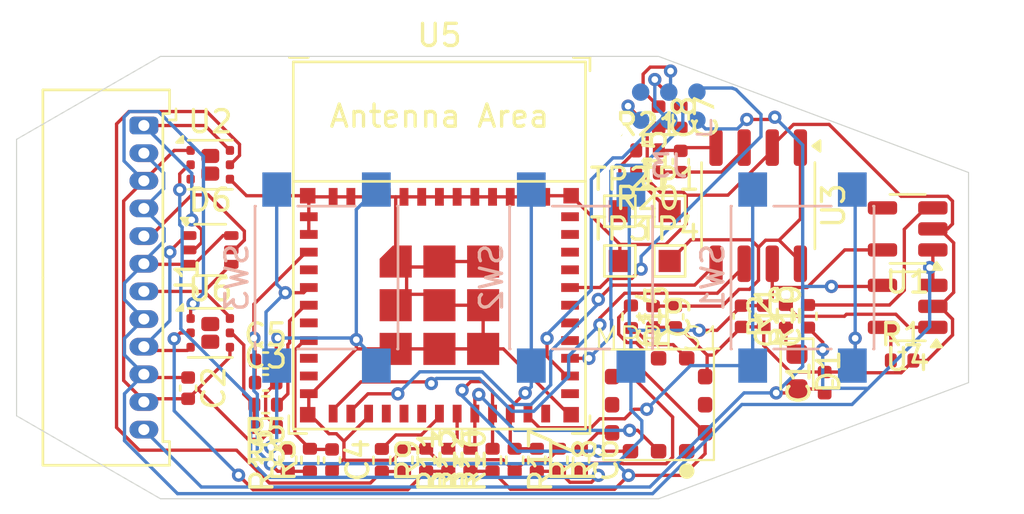
<source format=kicad_pcb>
(kicad_pcb (version 20240108) (generator "pcbnew") (generator_version "8.0")
  (layers (0 "F.Cu" signal) (31 "B.Cu" signal) (34 "B.Paste" user) (35 "F.Paste" user) (36 "B.SilkS" user "B.Silkscreen") (37 "F.SilkS" user "F.Silkscreen") (38 "B.Mask" user) (39 "F.Mask" user) (44 "Edge.Cuts" user))
  (net 0 "")
  (net 1 "GND")
  (net 2 "+5V")
  (net 3 "+BATT")
  (net 4 "+3.3V")
  (net 5 "Net-(U5-EN{slash}CHIP_PU)")
  (net 6 "USB_D-")
  (net 7 "USB_D+")
  (net 8 "Net-(D1-K)")
  (net 9 "Inflate-")
  (net 10 "Deflate-")
  (net 11 "Internal_Vibrator-")
  (net 12 "External_Vibrator-")
  (net 13 "Net-(U3-Vout)")
  (net 14 "Net-(U3-IN-)")
  (net 15 "Net-(U3-IN+)")
  (net 16 "RXD")
  (net 17 "TXD")
  (net 18 "Net-(U1-EN)")
  (net 19 "Net-(U4-PROG)")
  (net 20 "Net-(U4-CE)")
  (net 22 "Inflate")
  (net 23 "Deflate")
  (net 24 "Internal_Vibrator")
  (net 25 "External_Vibrator")
  (net 26 "SDA")
  (net 27 "SCL")
  (net 28 "RDX")
  (net 29 "Net-(U5-GPIO9)")
  (net 45 "Net-(MPRLS1-VO-)")
  (net 46 "Net-(MPRLS1-VO+)")
  (net 51 "Net-(MPRLS1-RES)")
  (net 53 "Net-(U5-GPIO2{slash}ADC1_CH2)")
  (net 54 "Net-(U2A-G)")
  (net 55 "Net-(U2B-G)")
  (net 56 "Net-(U6A-G)")
  (net 57 "Net-(U6B-G)")
  (net 58 "Net-(R20-Pad2)")
  (net 59 "Net-(R21-Pad1)")
  (net 60 "HX_SCK")
  (net 61 "HX_DAT")
  (footprint "Resistor_SMD:R_0402_1005Metric" (layer "F.Cu") (at 111.25 115.75 180)
    (property "Reference" "R5")
    (property "Value" "100")
  )
  (footprint "Capacitor_SMD:C_0402_1005Metric" (layer "F.Cu") (at 114.25 118.25 -90)
    (property "Reference" "C4")
    (property "Value" "1uF")
  )
  (footprint "Capacitor_SMD:C_0402_1005Metric" (layer "F.Cu") (at 129 102.75 -90)
    (property "Reference" "C8")
    (property "Value" "22pF")
  )
  (footprint "Resistor_SMD:R_0402_1005Metric" (layer "F.Cu") (at 123.5 118.25 -90)
    (property "Reference" "R7")
    (property "Value" "100")
  )
  (footprint "Resistor_SMD:R_0402_1005Metric" (layer "F.Cu") (at 118.5 118.25 -90)
    (property "Reference" "R12")
    (property "Value" "100k")
  )
  (footprint "Resistor_SMD:R_0402_1005Metric" (layer "F.Cu") (at 124.5 118.25 -90)
    (property "Reference" "R8")
    (property "Value" "100k")
  )
  (footprint "Capacitor_SMD:C_0402_1005Metric" (layer "F.Cu") (at 111.25 113.75)
    (property "Reference" "C5")
    (property "Value" "0.1uF")
  )
  (footprint "TestPoint:TestPoint_Pad_1.0x1.0mm" (layer "F.Cu") (at 129.5 109.25)
    (property "Reference" "TP4")
    (property "Value" "E+")
  )
  (footprint "TestPoint:TestPoint_Pad_1.0x1.0mm" (layer "F.Cu") (at 129.5 107)
    (property "Reference" "TP1")
    (property "Value" "A-")
  )
  (footprint "Resistor_SMD:R_0402_1005Metric" (layer "F.Cu") (at 127.75 111.77 -90)
    (property "Reference" "R15")
    (property "Value" "4k7")
  )
  (footprint "Resistor_SMD:R_0402_1005Metric" (layer "F.Cu") (at 128.5 104.25)
    (property "Reference" "R21")
    (property "Value" "100")
  )
  (footprint "Resistor_SMD:R_0402_1005Metric" (layer "F.Cu") (at 117.5 118.25 -90)
    (property "Reference" "R11")
    (property "Value" "100k")
  )
  (footprint "Espressif:ESP32-C3-MINI-1" (layer "F.Cu") (at 119.1 111.25)
    (property "Reference" "U5")
    (property "Value" "C2838502")
  )
  (footprint "Connector_Molex:Molex_PicoBlade_53048-1210_1x12_P1.25mm_Horizontal" (layer "F.Cu") (at 105.75 103.125 -90)
    (property "Reference" "J1")
    (property "Value" "Power")
  )
  (footprint "Capacitor_SMD:C_0402_1005Metric" (layer "F.Cu") (at 132.75 111.75 -90)
    (property "Reference" "C11")
    (property "Value" "10uF")
  )
  (footprint "Package_TO_SOT_SMD:SOT-363_SC-70-6" (layer "F.Cu") (at 108.75 108.75)
    (property "Reference" "D6")
    (property "Value" "C134406")
  )
  (footprint "Capacitor_SMD:C_0402_1005Metric" (layer "F.Cu") (at 125.5 118.25 -90)
    (property "Reference" "C6")
    (property "Value" "1nF")
  )
  (footprint "Resistor_SMD:R_0402_1005Metric" (layer "F.Cu") (at 120.5 118.25 90)
    (property "Reference" "R13")
    (property "Value" "4k7")
  )
  (footprint "Resistor_SMD:R_0402_1005Metric" (layer "F.Cu") (at 122.5 118.25 -90)
    (property "Reference" "R17")
    (property "Value" "10k")
  )
  (footprint "Resistor_SMD:R_0402_1005Metric" (layer "F.Cu") (at 116.5 118.26 -90)
    (property "Reference" "R9")
    (property "Value" "100")
  )
  (footprint "Resistor_SMD:R_0402_1005Metric" (layer "F.Cu") (at 113.25 118.25 90)
    (property "Reference" "R3")
    (property "Value" "10k")
  )
  (footprint "Capacitor_SMD:C_0402_1005Metric" (layer "F.Cu") (at 111.25 114.75)
    (property "Reference" "C3")
    (property "Value" "10uF")
  )
  (footprint "TestPoint:TestPoint_Pad_1.0x1.0mm" (layer "F.Cu") (at 127.25 107)
    (property "Reference" "TP2")
    (property "Value" "A+")
  )
  (footprint "Sensor_Pressure:MPRLS0015PA0000SA" (layer "F.Cu") (at 129 115.75)
    (property "Reference" "MPRLS1")
    (property "Value" "~")
  )
  (footprint "Capacitor_SMD:C_0402_1005Metric" (layer "F.Cu") (at 136.5 114.75 90)
    (property "Reference" "C1")
    (property "Value" "10uF")
  )
  (footprint "Package_SO:SOP-8_3.9x4.9mm_P1.27mm" (layer "F.Cu") (at 133.5 106.75 -90)
    (property "Reference" "U3")
    (property "Value" "HX710C")
  )
  (footprint "Package_TO_SOT_SMD:SOT-23-5" (layer "F.Cu") (at 140.25 107.8 180)
    (property "Reference" "U1")
    (property "Value" "AP2112K-3.3")
  )
  (footprint "Resistor_SMD:R_0402_1005Metric" (layer "F.Cu") (at 135.75 111.75 90)
    (property "Reference" "R18")
    (property "Value" "100k")
  )
  (footprint "Resistor_SMD:R_0402_1005Metric" (layer "F.Cu") (at 134.75 111.75 90)
    (property "Reference" "R2")
    (property "Value" "470")
  )
  (footprint "TestPoint:TestPoint_Pad_1.0x1.0mm" (layer "F.Cu") (at 127.25 109.25)
    (property "Reference" "TP3")
    (property "Value" "E-")
  )
  (footprint "Capacitor_SMD:C_0402_1005Metric" (layer "F.Cu") (at 133.75 111.75 -90)
    (property "Reference" "C10")
    (property "Value" "0.1uF")
  )
  (footprint "Resistor_SMD:R_0402_1005Metric" (layer "F.Cu") (at 140 113.75)
    (property "Reference" "R1")
    (property "Value" "4k7")
  )
  (footprint "Resistor_SMD:R_0402_1005Metric" (layer "F.Cu") (at 112.25 118.25 90)
    (property "Reference" "R16")
    (property "Value" "10k")
  )
  (footprint "Package_TO_SOT_SMD:SOT-23-5" (layer "F.Cu") (at 140.25 111.3 180)
    (property "Reference" "U4")
    (property "Value" "C424093")
  )
  (footprint "LED_SMD:LED_0603_1608Metric" (layer "F.Cu") (at 135.25 114.25 -90)
    (property "Reference" "D1")
    (property "Value" "C2286")
  )
  (footprint "Resistor_SMD:R_0402_1005Metric" (layer "F.Cu") (at 121.5 118.25 90)
    (property "Reference" "R14")
    (property "Value" "4k7")
  )
  (footprint "Capacitor_SMD:C_0402_1005Metric" (layer "F.Cu") (at 128.75 111.77 -90)
    (property "Reference" "C9")
    (property "Value" "0.1uF")
  )
  (footprint "Package_SON:WSON-6-1EP_2x2mm_P0.65mm_EP1x1.6mm" (layer "F.Cu") (at 108.75 104.9)
    (property "Reference" "U2")
    (property "Value" "C544396")
  )
  (footprint "Capacitor_SMD:C_0402_1005Metric" (layer "F.Cu") (at 129.75 111.77 90)
    (property "Reference" "C14")
    (property "Value" "0.1uF")
  )
  (footprint "Package_SON:WSON-6-1EP_2x2mm_P0.65mm_EP1x1.6mm" (layer "F.Cu") (at 108.75 112.5)
    (property "Reference" "U6")
    (property "Value" "C544396")
  )
  (footprint "Capacitor_SMD:C_0402_1005Metric" (layer "F.Cu") (at 130 102.75 -90)
    (property "Reference" "C7")
    (property "Value" "22pF")
  )
  (footprint "Capacitor_SMD:C_0402_1005Metric" (layer "F.Cu") (at 107.75 115 -90)
    (property "Reference" "C2")
    (property "Value" "10uF")
  )
  (footprint "Capacitor_SMD:C_0402_1005Metric" (layer "F.Cu") (at 130 104.75 90)
    (property "Reference" "C15")
    (property "Value" "0.1uF")
  )
  (footprint "Resistor_SMD:R_0402_1005Metric" (layer "F.Cu") (at 119.5 118.25 -90)
    (property "Reference" "R10")
    (property "Value" "100")
  )
  (footprint "Resistor_SMD:R_0402_1005Metric" (layer "F.Cu") (at 111.25 116.75 180)
    (property "Reference" "R6")
    (property "Value" "100k")
  )
  (footprint "Resistor_SMD:R_0402_1005Metric" (layer "F.Cu") (at 128.5 105.25 180)
    (property "Reference" "R20")
    (property "Value" "100")
  )
  (footprint "Button_Switch_SMD:SW_SPST_PTS645" (layer "B.Cu") (at 135.5 110 -90)
    (property "Reference" "SW1")
    (property "Value" "Program")
  )
  (footprint "Button_Switch_SMD:SW_SPST_PTS645" (layer "B.Cu") (at 114 110 -90)
    (property "Reference" "SW3")
    (property "Value" "Mode")
  )
  (footprint "Button_Switch_SMD:SW_SPST_PTS645" (layer "B.Cu") (at 125.5 110 -90)
    (property "Reference" "SW2")
    (property "Value" "Deflate")
  )
  (footprint "Connector:Tag-Connect_TC2030-IDC-NL_2x03_P1.27mm_Vertical" (layer "B.Cu") (at 129.46 102.25 180)
    (property "Reference" "J3")
    (property "Value" "Conn_ARM_SWD_TagConnect_TC2030")
  )
  (gr_line (start 143 114.75) (end 129 120) (stroke (width 0.05)) (layer "Edge.Cuts"))
  (gr_line (start 100 116.25) (end 106.5 120) (stroke (width 0.05)) (layer "Edge.Cuts"))
  (gr_line (start 143 105.25) (end 143 114.75) (stroke (width 0.05)) (layer "Edge.Cuts"))
  (gr_line (start 106.5 100) (end 129 100) (stroke (width 0.05)) (layer "Edge.Cuts"))
  (gr_line (start 100 116.25) (end 100 103.75) (stroke (width 0.05)) (layer "Edge.Cuts"))
  (gr_line (start 129 120) (end 106.5 120) (stroke (width 0.05)) (layer "Edge.Cuts"))
  (gr_line (start 100 103.75) (end 106.5 100) (stroke (width 0.05)) (layer "Edge.Cuts"))
  (gr_line (start 143 105.25) (end 129 100) (stroke (width 0.05)) (layer "Edge.Cuts"))
  (segment (start 115.9 116.2855) (end 114.7857 117.3998) (width 0.15) (layer "F.Cu") (net 1))
  (segment (start 105.75 115.5671) (end 104.8369 114.654) (width 0.15) (layer "F.Cu") (net 1))
  (segment (start 107.8625 104.25) (end 107.125 104.25) (width 0.15) (layer "F.Cu") (net 1))
  (segment (start 117.125 113.225) (end 119.1 113.225) (width 0.15) (layer "F.Cu") (net 1))
  (segment (start 127.6206 102.25) (end 128.6006 103.23) (width 0.15) (layer "F.Cu") (net 1))
  (segment (start 104.8369 114.654) (end 104.8369 106.5381) (width 0.15) (layer "F.Cu") (net 1))
  (segment (start 127.25 109.25) (end 127.25 108.5) (width 0.15) (layer "F.Cu") (net 1))
  (segment (start 130.1168 106.1414) (end 129.0686 106.1414) (width 0.15) (layer "F.Cu") (net 1))
  (segment (start 119.1 111.25) (end 118.6062 110.7562) (width 0.15) (layer "F.Cu") (net 1))
  (segment (start 117.3719 109.5219) (end 117.6188 109.5219) (width 0.15) (layer "F.Cu") (net 1))
  (segment (start 111.0709 117.314) (end 111.6349 116.75) (width 0.15) (layer "F.Cu") (net 1))
  (segment (start 130 103.23) (end 129 103.23) (width 0.15) (layer "F.Cu") (net 1))
  (segment (start 141.6977 111.3) (end 141.3875 111.3) (width 0.15) (layer "F.Cu") (net 1))
  (segment (start 114.7872 117.4013) (end 114.7872 118.1928) (width 0.15) (layer "F.Cu") (net 1))
  (segment (start 122.9972 118.2628) (end 123.9772 118.2628) (width 0.15) (layer "F.Cu") (net 1))
  (segment (start 121.075 111.25) (end 121.075 113.225) (width 0.15) (layer "F.Cu") (net 1))
  (segment (start 129.0686 106.1414) (end 128.4872 105.56) (width 0.15) (layer "F.Cu") (net 1))
  (segment (start 129.75 112.25) (end 129.9403 112.25) (width 0.15) (layer "F.Cu") (net 1))
  (segment (start 134.9442 114.27) (end 133.75 113.0758) (width 0.15) (layer "F.Cu") (net 1))
  (segment (start 117.125 113.225) (end 115.346 113.225) (width 0.15) (layer "F.Cu") (net 1))
  (segment (start 114.445 117.0591) (end 114.7857 117.3998) (width 0.15) (layer "F.Cu") (net 1))
  (segment (start 141.6977 107.8) (end 141.3875 107.8) (width 0.15) (layer "F.Cu") (net 1))
  (segment (start 131.1928 113.5025) (end 131.1928 114.3872) (width 0.15) (layer "F.Cu") (net 1))
  (segment (start 136.5 114.27) (end 134.9442 114.27) (width 0.15) (layer "F.Cu") (net 1))
  (segment (start 117.5 117.74) (end 116.98 118.26) (width 0.15) (layer "F.Cu") (net 1))
  (segment (start 113.2 107.25) (end 113.2 108.05) (width 0.15) (layer "F.Cu") (net 1))
  (segment (start 123.1 106.35) (end 123.9 106.35) (width 0.15) (layer "F.Cu") (net 1))
  (segment (start 129.75 112.25) (end 128.75 112.25) (width 0.15) (layer "F.Cu") (net 1))
  (segment (start 113.2 116.15) (end 113.15 116.2) (width 0.15) (layer "F.Cu") (net 1))
  (segment (start 137.8796 112.743) (end 137.8796 114.27) (width 0.15) (layer "F.Cu") (net 1))
  (segment (start 132.75 112.23) (end 131.4775 113.5025) (width 0.15) (layer "F.Cu") (net 1))
  (segment (start 107.125 104.25) (end 105.75 105.625) (width 0.15) (layer "F.Cu") (net 1))
  (segment (start 118.9972 118.2372) (end 121.9772 118.2372) (width 0.15) (layer "F.Cu") (net 1))
  (segment (start 115.9 106.35) (end 116.7 106.35) (width 0.15) (layer "F.Cu") (net 1))
  (segment (start 119.9 106.35) (end 120.7 106.35) (width 0.15) (layer "F.Cu") (net 1))
  (segment (start 111.25 115.23) (end 111.25 116.24) (width 0.15) (layer "F.Cu") (net 1))
  (segment (start 121.075 113.225) (end 121.9871 113.225) (width 0.15) (layer "F.Cu") (net 1))
  (segment (start 115.1 106.35) (end 114.3 106.35) (width 0.15) (layer "F.Cu") (net 1))
  (segment (start 108.1864 115.0436) (end 107.75 115.48) (width 0.15) (layer "F.Cu") (net 1))
  (segment (start 127.25 108.5) (end 129.3216 108.5) (width 0.15) (layer "F.Cu") (net 1))
  (segment (start 128.6006 103.23) (end 129 103.23) (width 0.15) (layer "F.Cu") (net 1))
  (segment (start 114.7872 118.1928) (end 114.25 118.73) (width 0.15) (layer "F.Cu") (net 1))
  (segment (start 115.9 106.35) (end 115.1 106.35) (width 0.15) (layer "F.Cu") (net 1))
  (segment (start 113.15 106.3) (end 110.3875 106.3) (width 0.15) (layer "F.Cu") (net 1))
  (segment (start 123.9772 118.2628) (end 124.5 117.74) (width 0.15) (layer "F.Cu") (net 1))
  (segment (start 129.3216 108.5) (end 130.2504 107.5712) (width 0.15) (layer "F.Cu") (net 1))
  (segment (start 137.8796 114.27) (end 136.5 114.27) (width 0.15) (layer "F.Cu") (net 1))
  (segment (start 105.75 115.5671) (end 105.75 115.625) (width 0.15) (layer "F.Cu") (net 1))
  (segment (start 129.9403 112.25) (end 131.1928 113.5025) (width 0.15) (layer "F.Cu") (net 1))
  (segment (start 117.6188 109.5219) (end 118.8531 109.5219) (width 0.15) (layer "F.Cu") (net 1))
  (segment (start 135.095514 103.075) (end 136.701598 103.075) (width 0.15) (layer "F.Cu") (net 1))
  (segment (start 128.4872 105.56) (end 128.4872 103.3434) (width 0.15) (layer "F.Cu") (net 1))
  (segment (start 113.321 115.25) (end 113.2 115.25) (width 0.15) (layer "F.Cu") (net 1))
  (segment (start 142.275 106.540514) (end 142.275 107.574999) (width 0.15) (layer "F.Cu") (net 1))
  (segment (start 137.9128 114.3032) (end 139.9568 114.3032) (width 0.15) (layer "F.Cu") (net 1))
  (segment (start 122.5 118.76) (end 122.9972 118.2628) (width 0.15) (layer "F.Cu") (net 1))
  (segment (start 107.8625 111.2881) (end 107.97 111.1806) (width 0.15) (layer "F.Cu") (net 1))
  (segment (start 110.3875 106.3) (end 109.6375 105.55) (width 0.15) (layer "F.Cu") (net 1))
  (segment (start 119.1 106.35) (end 119.9 106.35) (width 0.15) (layer "F.Cu") (net 1))
  (segment (start 111.73 113.75) (end 111.73 114.75) (width 0.15) (layer "F.Cu") (net 1))
  (segment (start 119.1 109.275) (end 121.075 109.275) (width 0.15) (layer "F.Cu") (net 1))
  (segment (start 142.3271 108.4294) (end 142.3271 110.6706) (width 0.15) (layer "F.Cu") (net 1))
  (segment (start 136.701598 103.075) (end 139.951598 106.325) (width 0.15) (layer "F.Cu") (net 1))
  (segment (start 113.2 115.25) (end 113.2 116.15) (width 0.15) (layer "F.Cu") (net 1))
  (segment (start 117.5 106.35) (end 118.3 106.35) (width 0.15) (layer "F.Cu") (net 1))
  (segment (start 117.125 106.35) (end 117.125 109.275) (width 0.15) (layer "F.Cu") (net 1))
  (segment (start 142.2773 112.5995) (end 142.2773 111.8796) (width 0.15) (layer "F.Cu") (net 1))
  (segment (start 128.4872 103.3434) (end 128.6006 103.23) (width 0.15) (layer "F.Cu") (net 1))
  (segment (start 141.6977 107.8) (end 142.3271 108.4294) (width 0.15) (layer "F.Cu") (net 1))
  (segment (start 111.8052 112.7326) (end 111.73 112.8078) (width 0.15) (layer "F.Cu") (net 1))
  (segment (start 117.125 109.275) (end 117.3719 109.5219) (width 0.15) (layer "F.Cu") (net 1))
  (segment (start 139.951598 106.325) (end 142.059486 106.325) (width 0.15) (layer "F.Cu") (net 1))
  (segment (start 121.9871 113.225) (end 124.9621 116.2) (width 0.15) (layer "F.Cu") (net 1))
  (segment (start 118.6062 110.7562) (end 117.6188 110.7562) (width 0.15) (layer "F.Cu") (net 1))
  (segment (start 121.075 111.25) (end 119.1 111.25) (width 0.15) (layer "F.Cu") (net 1))
  (segment (start 142.059486 106.325) (end 142.275 106.540514) (width 0.15) (layer "F.Cu") (net 1))
  (segment (start 114.1091 117.0591) (end 114.445 117.0591) (width 0.15) (layer "F.Cu") (net 1))
  (segment (start 132.1299 106.275) (end 134.135 104.2699) (width 0.15) (layer "F.Cu") (net 1))
  (segment (start 142.049999 107.8) (end 141.3875 107.8) (width 0.15) (layer "F.Cu") (net 1))
  (segment (start 131.1928 114.3872) (end 131.1 114.48) (width 0.15) (layer "F.Cu") (net 1))
  (segment (start 142.2773 111.8796) (end 141.6977 111.3) (width 0.15) (layer "F.Cu") (net 1))
  (segment (start 118.8531 109.5219) (end 119.1 109.275) (width 0.15) (layer "F.Cu") (net 1))
  (segment (start 117.6188 110.7562) (end 117.125 111.25) (width 0.15) (layer "F.Cu") (net 1))
  (segment (start 108.1864 115.0436) (end 110.4568 117.314) (width 0.15) (layer "F.Cu") (net 1))
  (segment (start 140.51 113.75) (end 141.1268 113.75) (width 0.15) (layer "F.Cu") (net 1))
  (segment (start 130.2504 107.5712) (end 130.2504 106.275) (width 0.15) (layer "F.Cu") (net 1))
  (segment (start 111.6349 116.75) (end 111.76 116.75) (width 0.15) (layer "F.Cu") (net 1))
  (segment (start 113.2 106.35) (end 113.2 107.25) (width 0.15) (layer "F.Cu") (net 1))
  (segment (start 117.125 106.35) (end 117.5 106.35) (width 0.15) (layer "F.Cu") (net 1))
  (segment (start 131.4775 113.5025) (end 131.1928 113.5025) (width 0.15) (layer "F.Cu") (net 1))
  (segment (start 115.346 113.225) (end 113.321 115.25) (width 0.15) (layer "F.Cu") (net 1))
  (segment (start 121.9772 118.2372) (end 122.5 118.76) (width 0.15) (layer "F.Cu") (net 1))
  (segment (start 109.6375 113.15) (end 109.6375 113.5925) (width 0.15) (layer "F.Cu") (net 1))
  (segment (start 115.9 116.15) (end 115.9 116.2855) (width 0.15) (layer "F.Cu") (net 1))
  (segment (start 137.8796 114.27) (end 137.9128 114.3032) (width 0.15) (layer "F.Cu") (net 1))
  (segment (start 123.95 106.3) (end 123.9 106.35) (width 0.15) (layer "F.Cu") (net 1))
  (segment (start 105.8371 115.48) (end 105.75 115.5671) (width 0.15) (layer "F.Cu") (net 1))
  (segment (start 118.5 117.74) (end 118.9972 118.2372) (width 0.15) (layer "F.Cu") (net 1))
  (segment (start 142.3271 110.6706) (end 141.6977 111.3) (width 0.15) (layer "F.Cu") (net 1))
  (segment (start 134.135 104.035514) (end 135.095514 103.075) (width 0.15) (layer "F.Cu") (net 1))
  (segment (start 111.73 114.75) (end 111.25 115.23) (width 0.15) (layer "F.Cu") (net 1))
  (segment (start 114.7857 117.3998) (end 114.7872 117.4013) (width 0.15) (layer "F.Cu") (net 1))
  (segment (start 134.135 104.2699) (end 134.135 104.125) (width 0.15) (layer "F.Cu") (net 1))
  (segment (start 115.346 113.225) (end 115.346 112.8086) (width 0.15) (layer "F.Cu") (net 1))
  (segment (start 122.3 106.35) (end 123.1 106.35) (width 0.15) (layer "F.Cu") (net 1))
  (segment (start 118.5 117.74) (end 117.5 117.74) (width 0.15) (layer "F.Cu") (net 1))
  (segment (start 142.275 107.574999) (end 142.049999 107.8) (width 0.15) (layer "F.Cu") (net 1))
  (segment (start 125.05 106.3) (end 123.95 106.3) (width 0.15) (layer "F.Cu") (net 1))
  (segment (start 114.8544 118.26) (end 114.7872 118.1928) (width 0.15) (layer "F.Cu") (net 1))
  (segment (start 134.135 104.125) (end 134.135 104.035514) (width 0.15) (layer "F.Cu") (net 1))
  (segment (start 113.2 106.35) (end 113.15 106.3) (width 0.15) (layer "F.Cu") (net 1))
  (segment (start 121.5 106.35) (end 122.3 106.35) (width 0.15) (layer "F.Cu") (net 1))
  (segment (start 107.75 115.48) (end 105.8371 115.48) (width 0.15) (layer "F.Cu") (net 1))
  (segment (start 104.8369 106.5381) (end 105.75 105.625) (width 0.15) (layer "F.Cu") (net 1))
  (segment (start 118.3 106.35) (end 119.1 106.35) (width 0.15) (layer "F.Cu") (net 1))
  (segment (start 139.9568 114.3032) (end 140.51 113.75) (width 0.15) (layer "F.Cu") (net 1))
  (segment (start 130.2504 106.275) (end 130.1168 106.1414) (width 0.15) (layer "F.Cu") (net 1))
  (segment (start 114.3 106.35) (end 113.2 106.35) (width 0.15) (layer "F.Cu") (net 1))
  (segment (start 111.73 112.8078) (end 111.73 113.75) (width 0.15) (layer "F.Cu") (net 1))
  (segment (start 107.8625 111.85) (end 107.8625 111.2881) (width 0.15) (layer "F.Cu") (net 1))
  (segment (start 130.2504 106.275) (end 132.1299 106.275) (width 0.15) (layer "F.Cu") (net 1))
  (segment (start 113.2 116.15) (end 114.1091 117.0591) (width 0.15) (layer "F.Cu") (net 1))
  (segment (start 120.7 106.35) (end 121.5 106.35) (width 0.15) (layer "F.Cu") (net 1))
  (segment (start 116.98 118.26) (end 114.8544 118.26) (width 0.15) (layer "F.Cu") (net 1))
  (segment (start 127.25 108.5) (end 125.05 106.3) (width 0.15) (layer "F.Cu") (net 1))
  (segment (start 109.6375 113.5925) (end 108.1864 115.0436) (width 0.15) (layer "F.Cu") (net 1))
  (segment (start 117.6188 109.5219) (end 117.6188 110.7562) (width 0.15) (layer "F.Cu") (net 1))
  (segment (start 133.75 113.0758) (end 133.75 112.23) (width 0.15) (layer "F.Cu") (net 1))
  (segment (start 133.75 112.23) (end 132.75 112.23) (width 0.15) (layer "F.Cu") (net 1))
  (segment (start 111.25 116.24) (end 111.76 116.75) (width 0.15) (layer "F.Cu") (net 1))
  (segment (start 116.7 106.35) (end 117.125 106.35) (width 0.15) (layer "F.Cu") (net 1))
  (segment (start 124.9621 116.2) (end 125.05 116.2) (width 0.15) (layer "F.Cu") (net 1))
  (segment (start 110.4568 117.314) (end 111.0709 117.314) (width 0.15) (layer "F.Cu") (net 1))
  (segment (start 119.1 113.225) (end 121.075 113.225) (width 0.15) (layer "F.Cu") (net 1))
  (segment (start 141.1268 113.75) (end 142.2773 112.5995) (width 0.15) (layer "F.Cu") (net 1))
  (via (at 107.97 111.1806) (size 0.6) (drill 0.3) (layers "F.Cu" "B.Cu") (net 1))
  (via (at 115.346 112.8086) (size 0.6) (drill 0.3) (layers "F.Cu" "B.Cu") (net 1))
  (via (at 127.6206 102.25) (size 0.6) (drill 0.3) (layers "F.Cu" "B.Cu") (net 1))
  (via (at 137.8796 112.743) (size 0.6) (drill 0.3) (layers "F.Cu" "B.Cu") (net 1))
  (via (at 111.8052 112.7326) (size 0.6) (drill 0.3) (layers "F.Cu" "B.Cu") (net 1))
  (segment (start 116.25 113.98) (end 116.25 113.7126) (width 0.15) (layer "B.Cu") (net 1))
  (segment (start 105.75 105.625) (end 104.8546 104.7296) (width 0.15) (layer "B.Cu") (net 1))
  (segment (start 108.4414 110.7092) (end 107.97 111.1806) (width 0.15) (layer "B.Cu") (net 1))
  (segment (start 115.346 112.7326) (end 115.346 106.924) (width 0.15) (layer "B.Cu") (net 1))
  (segment (start 137.8796 112.743) (end 137.8796 106.1496) (width 0.15) (layer "B.Cu") (net 1))
  (segment (start 108.4414 104.5271) (end 108.4414 110.7092) (width 0.15) (layer "B.Cu") (net 1))
  (segment (start 105.1059 102.4928) (end 106.4071 102.4928) (width 0.15) (layer "B.Cu") (net 1))
  (segment (start 106.4071 102.4928) (end 108.4414 104.5271) (width 0.15) (layer "B.Cu") (net 1))
  (segment (start 128.19 102.885) (end 127.6206 102.3156) (width 0.15) (layer "B.Cu") (net 1))
  (segment (start 104.8546 104.7296) (end 104.8546 102.7441) (width 0.15) (layer "B.Cu") (net 1))
  (segment (start 137.8796 106.1496) (end 137.75 106.02) (width 0.15) (layer "B.Cu") (net 1))
  (segment (start 115.346 106.924) (end 116.25 106.02) (width 0.15) (layer "B.Cu") (net 1))
  (segment (start 104.8546 102.7441) (end 105.1059 102.4928) (width 0.15) (layer "B.Cu") (net 1))
  (segment (start 127.6206 102.3156) (end 127.6206 102.25) (width 0.15) (layer "B.Cu") (net 1))
  (segment (start 116.25 113.7126) (end 115.346 112.8086) (width 0.15) (layer "B.Cu") (net 1))
  (segment (start 137.8796 112.743) (end 137.8796 113.8504) (width 0.15) (layer "B.Cu") (net 1))
  (segment (start 115.346 112.8086) (end 115.346 112.7326) (width 0.15) (layer "B.Cu") (net 1))
  (segment (start 137.8796 113.8504) (end 137.75 113.98) (width 0.15) (layer "B.Cu") (net 1))
  (segment (start 115.346 112.7326) (end 111.8052 112.7326) (width 0.15) (layer "B.Cu") (net 1))
  (segment (start 136.3075 115.0375) (end 136.5 115.23) (width 0.15) (layer "F.Cu") (net 2))
  (segment (start 132.985331 102.85) (end 134.15 102.85) (width 0.15) (layer "F.Cu") (net 2))
  (segment (start 135.0731 115.2144) (end 134.3102 115.2144) (width 0.15) (layer "F.Cu") (net 2))
  (segment (start 135.25 115.0375) (end 135.0731 115.2144) (width 0.15) (layer "F.Cu") (net 2))
  (segment (start 139.0618 110.4007) (end 139.1125 110.35) (width 0.15) (layer "F.Cu") (net 2))
  (segment (start 134.15 102.85) (end 134.25 102.75) (width 0.15) (layer "F.Cu") (net 2))
  (segment (start 136.808 110.4007) (end 139.0618 110.4007) (width 0.15) (layer "F.Cu") (net 2))
  (segment (start 135.25 115.0375) (end 136.3075 115.0375) (width 0.15) (layer "F.Cu") (net 2))
  (via (at 134.3102 115.2144) (size 0.6) (drill 0.3) (layers "F.Cu" "B.Cu") (net 2))
  (via (at 134.25 102.75) (size 0.6) (drill 0.3) (layers "F.Cu" "B.Cu") (net 2))
  (via (at 136.808 110.4007) (size 0.6) (drill 0.3) (layers "F.Cu" "B.Cu") (net 2))
  (via (at 132.985331 102.85) (size 0.6) (drill 0.3) (layers "F.Cu" "B.Cu") (net 2))
  (segment (start 108.3443 119.4693) (end 128.606436 119.4693) (width 0.15) (layer "B.Cu") (net 2))
  (segment (start 132.556632 103.278699) (end 132.985331 102.85) (width 0.15) (layer "B.Cu") (net 2))
  (segment (start 128.606436 119.4693) (end 132.861336 115.2144) (width 0.15) (layer "B.Cu") (net 2))
  (segment (start 135.5084 110.4007) (end 135.5084 114.0162) (width 0.15) (layer "B.Cu") (net 2))
  (segment (start 105.75 116.875) (end 108.3443 119.4693) (width 0.15) (layer "B.Cu") (net 2))
  (segment (start 131.123699 103.278699) (end 132.556632 103.278699) (width 0.15) (layer "B.Cu") (net 2))
  (segment (start 132.861336 115.2144) (end 134.3102 115.2144) (width 0.15) (layer "B.Cu") (net 2))
  (segment (start 135.5084 110.4007) (end 136.808 110.4007) (width 0.15) (layer "B.Cu") (net 2))
  (segment (start 134.25 102.75) (end 135.5084 104.0084) (width 0.15) (layer "B.Cu") (net 2))
  (segment (start 130.73 102.885) (end 131.123699 103.278699) (width 0.15) (layer "B.Cu") (net 2))
  (segment (start 135.5084 114.0162) (end 134.3102 115.2144) (width 0.15) (layer "B.Cu") (net 2))
  (segment (start 135.5084 104.0084) (end 135.5084 110.4007) (width 0.15) (layer "B.Cu") (net 2))
  (segment (start 105.75 109.375) (end 105.775 109.4) (width 0.15) (layer "F.Cu") (net 3))
  (segment (start 107.8 109.4) (end 108.0322 109.4) (width 0.15) (layer "F.Cu") (net 3))
  (segment (start 108.0322 109.4) (end 109.3322 108.1) (width 0.15) (layer "F.Cu") (net 3))
  (segment (start 105.75 114.375) (end 105.895 114.52) (width 0.15) (layer "F.Cu") (net 3))
  (segment (start 141.3875 109.55) (end 141.3875 108.75) (width 0.15) (layer "F.Cu") (net 3))
  (segment (start 136.4129 113.26) (end 136.4129 112.9229) (width 0.15) (layer "F.Cu") (net 3))
  (segment (start 141.3875 110.35) (end 141.3875 109.55) (width 0.15) (layer "F.Cu") (net 3))
  (segment (start 109.3322 108.1) (end 109.7 108.1) (width 0.15) (layer "F.Cu") (net 3))
  (segment (start 105.775 109.4) (end 107.8 109.4) (width 0.15) (layer "F.Cu") (net 3))
  (segment (start 136.4129 112.9229) (end 135.75 112.26) (width 0.15) (layer "F.Cu") (net 3))
  (segment (start 105.895 114.52) (end 107.75 114.52) (width 0.15) (layer "F.Cu") (net 3))
  (segment (start 141.2442 109.55) (end 141.3875 109.55) (width 0.15) (layer "F.Cu") (net 3))
  (via (at 136.4129 113.26) (size 0.6) (drill 0.3) (layers "F.Cu" "B.Cu") (net 3))
  (via (at 141.2442 109.55) (size 0.6) (drill 0.3) (layers "F.Cu" "B.Cu") (net 3))
  (segment (start 136.4129 114.98) (end 136.4391 115.0062) (width 0.15) (layer "B.Cu") (net 3))
  (segment (start 136.4129 113.26) (end 136.4129 114.98) (width 0.15) (layer "B.Cu") (net 3))
  (segment (start 105.75 111.875) (end 104.8733 110.9983) (width 0.15) (layer "B.Cu") (net 3))
  (segment (start 105.75 106.875) (end 106.6423 105.9827) (width 0.15) (layer "B.Cu") (net 3))
  (segment (start 106.6634 107.7884) (end 105.75 106.875) (width 0.15) (layer "B.Cu") (net 3))
  (segment (start 141.2442 112.232) (end 141.2442 109.55) (width 0.15) (layer "B.Cu") (net 3))
  (segment (start 105.75 109.375) (end 105.75 109.2707) (width 0.15) (layer "B.Cu") (net 3))
  (segment (start 104.875 115.25) (end 105.75 114.375) (width 0.15) (layer "B.Cu") (net 3))
  (segment (start 105.75 114.375) (end 104.8733 113.4983) (width 0.15) (layer "B.Cu") (net 3))
  (segment (start 137.7368 115.7394) (end 132.7606 115.7394) (width 0.15) (layer "B.Cu") (net 3))
  (segment (start 138.47 115.0062) (end 141.2442 112.232) (width 0.15) (layer "B.Cu") (net 3))
  (segment (start 105.75 109.2707) (end 106.6634 108.3573) (width 0.15) (layer "B.Cu") (net 3))
  (segment (start 104.8733 110.9983) (end 104.8733 110.2517) (width 0.15) (layer "B.Cu") (net 3))
  (segment (start 106.6423 105.2673) (end 105.75 104.375) (width 0.15) (layer "B.Cu") (net 3))
  (segment (start 106.6634 108.3573) (end 106.6634 107.7884) (width 0.15) (layer "B.Cu") (net 3))
  (segment (start 136.4391 115.0062) (end 138.47 115.0062) (width 0.15) (layer "B.Cu") (net 3))
  (segment (start 104.8733 110.2517) (end 105.75 109.375) (width 0.15) (layer "B.Cu") (net 3))
  (segment (start 104.8733 113.4983) (end 104.8733 112.7517) (width 0.15) (layer "B.Cu") (net 3))
  (segment (start 132.7606 115.7394) (end 128.7307 119.7693) (width 0.15) (layer "B.Cu") (net 3))
  (segment (start 106.6423 105.9827) (end 106.6423 105.2673) (width 0.15) (layer "B.Cu") (net 3))
  (segment (start 104.875 117.375) (end 104.875 115.25) (width 0.15) (layer "B.Cu") (net 3))
  (segment (start 128.7307 119.7693) (end 107.2693 119.7693) (width 0.15) (layer "B.Cu") (net 3))
  (segment (start 138.47 115.0062) (end 137.7368 115.7394) (width 0.15) (layer "B.Cu") (net 3))
  (segment (start 107.2693 119.7693) (end 104.875 117.375) (width 0.15) (layer "B.Cu") (net 3))
  (segment (start 104.8733 112.7517) (end 105.75 111.875) (width 0.15) (layer "B.Cu") (net 3))
  (segment (start 110.77 113.75) (end 110.77 114.75) (width 0.15) (layer "F.Cu") (net 4))
  (segment (start 110.7208 111.2057) (end 110.7208 112.734) (width 0.15) (layer "F.Cu") (net 4))
  (segment (start 127.9889 112.939) (end 128.3073 113.2574) (width 0.15) (layer "F.Cu") (net 4))
  (segment (start 127.573 112.939) (end 127.9889 112.939) (width 0.15) (layer "F.Cu") (net 4))
  (segment (start 127.1966 112.5626) (end 127.573 112.939) (width 0.15) (layer "F.Cu") (net 4))
  (segment (start 130.1201 118.9426) (end 127.6423 118.9426) (width 0.15) (layer "F.Cu") (net 4))
  (segment (start 127.75 111.26) (end 127.1966 111.8134) (width 0.15) (layer "F.Cu") (net 4))
  (segment (start 122.3121 119.5721) (end 127.0128 119.5721) (width 0.15) (layer "F.Cu") (net 4))
  (segment (start 113.2 108.85) (end 113.0765 108.85) (width 0.15) (layer "F.Cu") (net 4))
  (segment (start 132.75 111.27) (end 131.6362 112.3838) (width 0.15) (layer "F.Cu") (net 4))
  (segment (start 110.77 113.75) (end 110.77 112.7832) (width 0.15) (layer "F.Cu") (net 4))
  (segment (start 131.1 117.9627) (end 130.1201 118.9426) (width 0.15) (layer "F.Cu") (net 4))
  (segment (start 134.135 110.4483) (end 134.135 109.375) (width 0.15) (layer "F.Cu") (net 4))
  (segment (start 128.3073 114.2273) (end 131.1 117.02) (width 0.15) (layer "F.Cu") (net 4))
  (segment (start 128.3073 113.2574) (end 128.3073 114.2273) (width 0.15) (layer "F.Cu") (net 4))
  (segment (start 112.25 118.76) (end 111.8019 118.76) (width 0.15) (layer "F.Cu") (net 4))
  (segment (start 135.7116 110.4483) (end 134.135 110.4483) (width 0.15) (layer "F.Cu") (net 4))
  (segment (start 127.1966 111.8134) (end 127.1966 112.5626) (width 0.15) (layer "F.Cu") (net 4))
  (segment (start 113.25 118.76) (end 112.25 118.76) (width 0.15) (layer "F.Cu") (net 4))
  (segment (start 121.5 118.76) (end 122.3121 119.5721) (width 0.15) (layer "F.Cu") (net 4))
  (segment (start 137.4099 108.75) (end 135.7116 110.4483) (width 0.15) (layer "F.Cu") (net 4))
  (segment (start 110.77 112.7832) (end 110.7208 112.734) (width 0.15) (layer "F.Cu") (net 4))
  (segment (start 134.135 110.885) (end 134.135 110.4483) (width 0.15) (layer "F.Cu") (net 4))
  (segment (start 127.0128 119.5721) (end 127.6423 118.9426) (width 0.15) (layer "F.Cu") (net 4))
  (segment (start 131.6362 112.3838) (end 130.8293 112.3838) (width 0.15) (layer "F.Cu") (net 4))
  (segment (start 139.1125 108.75) (end 137.4099 108.75) (width 0.15) (layer "F.Cu") (net 4))
  (segment (start 133.75 111.27) (end 134.135 110.885) (width 0.15) (layer "F.Cu") (net 4))
  (segment (start 111.8019 118.76) (end 111.4686 118.4267) (width 0.15) (layer "F.Cu") (net 4))
  (segment (start 131.1 117.02) (end 131.1 117.9627) (width 0.15) (layer "F.Cu") (net 4))
  (segment (start 113.0765 108.85) (end 110.7208 111.2057) (width 0.15) (layer "F.Cu") (net 4))
  (segment (start 133.75 111.27) (end 132.75 111.27) (width 0.15) (layer "F.Cu") (net 4))
  (segment (start 121.5 118.76) (end 120.5 118.76) (width 0.15) (layer "F.Cu") (net 4))
  (via (at 110.7208 112.734) (size 0.6) (drill 0.3) (layers "F.Cu" "B.Cu") (net 4))
  (via (at 130.8293 112.3838) (size 0.6) (drill 0.3) (layers "F.Cu" "B.Cu") (net 4))
  (via (at 111.4686 118.4267) (size 0.6) (drill 0.3) (layers "F.Cu" "B.Cu") (net 4))
  (via (at 127.6423 118.9426) (size 0.6) (drill 0.3) (layers "F.Cu" "B.Cu") (net 4))
  (segment (start 127.75 112.3838) (end 127.75 113.98) (width 0.15) (layer "B.Cu") (net 4))
  (segment (start 127.6423 118.941) (end 127.6423 118.9426) (width 0.15) (layer "B.Cu") (net 4))
  (segment (start 127.75 112.3838) (end 130.8293 112.3838) (width 0.15) (layer "B.Cu") (net 4))
  (segment (start 111.4748 118.4205) (end 110.8748 117.8205) (width 0.15) (layer "B.Cu") (net 4))
  (segment (start 111.481 118.4143) (end 127.1156 118.4143) (width 0.15) (layer "B.Cu") (net 4))
  (segment (start 111.4686 118.4267) (end 111.4748 118.4205) (width 0.15) (layer "B.Cu") (net 4))
  (segment (start 127.6758 112.3096) (end 127.75 112.3838) (width 0.15) (layer "B.Cu") (net 4))
  (segment (start 127.1156 118.4143) (end 127.6423 118.941) (width 0.15) (layer "B.Cu") (net 4))
  (segment (start 111.4748 118.4205) (end 111.481 118.4143) (width 0.15) (layer "B.Cu") (net 4))
  (segment (start 110.8748 117.8205) (end 110.8748 115.272) (width 0.15) (layer "B.Cu") (net 4))
  (segment (start 110.7208 115.118) (end 110.7208 112.734) (width 0.15) (layer "B.Cu") (net 4))
  (segment (start 127.75 106.02) (end 127.6758 106.0942) (width 0.15) (layer "B.Cu") (net 4))
  (segment (start 127.75 115.9835) (end 128.2422 116.4757) (width 0.15) (layer "B.Cu") (net 4))
  (segment (start 127.75 113.98) (end 127.75 115.9835) (width 0.15) (layer "B.Cu") (net 4))
  (segment (start 128.2422 116.4757) (end 128.2422 117.2877) (width 0.15) (layer "B.Cu") (net 4))
  (segment (start 110.8748 115.272) (end 110.7208 115.118) (width 0.15) (layer "B.Cu") (net 4))
  (segment (start 128.2422 117.2877) (end 127.1156 118.4143) (width 0.15) (layer "B.Cu") (net 4))
  (segment (start 127.6758 106.0942) (end 127.6758 112.3096) (width 0.15) (layer "B.Cu") (net 4))
  (segment (start 113.25 117.74) (end 112.5733 117.0633) (width 0.15) (layer "F.Cu") (net 5))
  (segment (start 114.25 117.77) (end 113.28 117.77) (width 0.15) (layer "F.Cu") (net 5))
  (segment (start 112.9938 112.85) (end 113.2 112.85) (width 0.15) (layer "F.Cu") (net 5))
  (segment (start 113.28 117.77) (end 113.25 117.74) (width 0.15) (layer "F.Cu") (net 5))
  (segment (start 112.5733 113.2705) (end 112.9938 112.85) (width 0.15) (layer "F.Cu") (net 5))
  (segment (start 112.5733 117.0633) (end 112.5733 113.2705) (width 0.15) (layer "F.Cu") (net 5))
  (segment (start 124.8437 114.45) (end 123.9612 113.5675) (width 0.15) (layer "F.Cu") (net 6))
  (segment (start 130 102.27) (end 128.8286 101.0986) (width 0.15) (layer "F.Cu") (net 6))
  (segment (start 123.9612 113.5675) (end 123.9612 112.7474) (width 0.15) (layer "F.Cu") (net 6))
  (segment (start 128.8286 101.046) (end 128.8285 101.046) (width 0.15) (layer "F.Cu") (net 6))
  (segment (start 128.8286 101.0986) (end 128.8286 101.046) (width 0.15) (layer "F.Cu") (net 6))
  (segment (start 125 114.45) (end 124.8437 114.45) (width 0.15) (layer "F.Cu") (net 6))
  (via (at 128.8285 101.046) (size 0.6) (drill 0.3) (layers "F.Cu" "B.Cu") (net 6))
  (via (at 123.9612 112.7474) (size 0.6) (drill 0.3) (layers "F.Cu" "B.Cu") (net 6))
  (segment (start 126.938 104.5881) (end 125.96 105.5661) (width 0.15) (layer "B.Cu") (net 6))
  (segment (start 129.2639 102.6889) (end 128.8285 102.2535) (width 0.15) (layer "B.Cu") (net 6))
  (segment (start 129.2639 102.6889) (end 127.3647 104.5881) (width 0.15) (layer "B.Cu") (net 6))
  (segment (start 129.46 102.885) (end 129.2639 102.6889) (width 0.15) (layer "B.Cu") (net 6))
  (segment (start 123.9612 112.5585) (end 123.9612 112.7474) (width 0.15) (layer "B.Cu") (net 6))
  (segment (start 128.8285 102.2535) (end 128.8285 101.046) (width 0.15) (layer "B.Cu") (net 6))
  (segment (start 125.96 110.5597) (end 123.9612 112.5585) (width 0.15) (layer "B.Cu") (net 6))
  (segment (start 125.96 105.5661) (end 125.96 110.5597) (width 0.15) (layer "B.Cu") (net 6))
  (segment (start 127.3647 104.5881) (end 126.938 104.5881) (width 0.15) (layer "B.Cu") (net 6))
  (segment (start 129 102.27) (end 128.3012 101.5712) (width 0.15) (layer "F.Cu") (net 7))
  (segment (start 125 113.65) (end 125.8519 113.65) (width 0.15) (layer "F.Cu") (net 7))
  (segment (start 128.3012 100.8035) (end 128.6201 100.4846) (width 0.15) (layer "F.Cu") (net 7))
  (segment (start 129.3624 100.4846) (end 129.5398 100.662) (width 0.15) (layer "F.Cu") (net 7))
  (segment (start 128.6201 100.4846) (end 129.3624 100.4846) (width 0.15) (layer "F.Cu") (net 7))
  (segment (start 128.3012 101.5712) (end 128.3012 100.8035) (width 0.15) (layer "F.Cu") (net 7))
  (via (at 125.8519 113.65) (size 0.6) (drill 0.3) (layers "F.Cu" "B.Cu") (net 7))
  (via (at 129.5398 100.662) (size 0.6) (drill 0.3) (layers "F.Cu" "B.Cu") (net 7))
  (segment (start 126.8436 105.1808) (end 127.0992 104.9252) (width 0.15) (layer "B.Cu") (net 7))
  (segment (start 129.5398 101.615) (end 129.5398 100.662) (width 0.15) (layer "B.Cu") (net 7))
  (segment (start 129.5398 101.7578) (end 129.5398 101.615) (width 0.15) (layer "B.Cu") (net 7))
  (segment (start 130.095 103.1317) (end 130.095 102.313) (width 0.15) (layer "B.Cu") (net 7))
  (segment (start 126.8436 111.8841) (end 126.8436 105.1808) (width 0.15) (layer "B.Cu") (net 7))
  (segment (start 127.0992 104.9252) (end 128.3015 104.9252) (width 0.15) (layer "B.Cu") (net 7))
  (segment (start 126.8745 112.6274) (end 126.8745 111.915) (width 0.15) (layer "B.Cu") (net 7))
  (segment (start 130.095 102.313) (end 129.5398 101.7578) (width 0.15) (layer "B.Cu") (net 7))
  (segment (start 128.3015 104.9252) (end 130.095 103.1317) (width 0.15) (layer "B.Cu") (net 7))
  (segment (start 126.8745 111.915) (end 126.8436 111.8841) (width 0.15) (layer "B.Cu") (net 7))
  (segment (start 129.46 101.615) (end 129.5398 101.615) (width 0.15) (layer "B.Cu") (net 7))
  (segment (start 125.8519 113.65) (end 126.8745 112.6274) (width 0.15) (layer "B.Cu") (net 7))
  (segment (start 134.75 112.9625) (end 134.75 112.26) (width 0.15) (layer "F.Cu") (net 8))
  (segment (start 135.25 113.4625) (end 134.75 112.9625) (width 0.15) (layer "F.Cu") (net 8))
  (segment (start 106.9246 108.8134) (end 106.9246 108.8505) (width 0.15) (layer "F.Cu") (net 9))
  (segment (start 107.8 108.1) (end 107.638 108.1) (width 0.15) (layer "F.Cu") (net 9))
  (segment (start 107.638 108.1) (end 106.9246 108.8134) (width 0.15) (layer "F.Cu") (net 9))
  (segment (start 105.9229 113.2979) (end 107.7146 113.2979) (width 0.15) (layer "F.Cu") (net 9))
  (segment (start 106.9246 108.8505) (end 106.9245 108.8505) (width 0.15) (layer "F.Cu") (net 9))
  (segment (start 105.75 113.125) (end 105.9229 113.2979) (width 0.15) (layer "F.Cu") (net 9))
  (segment (start 107.7146 113.2979) (end 107.8625 113.15) (width 0.15) (layer "F.Cu") (net 9))
  (via (at 106.9245 108.8505) (size 0.6) (drill 0.3) (layers "F.Cu" "B.Cu") (net 9))
  (segment (start 105.75 113.125) (end 106.9245 111.9505) (width 0.15) (layer "B.Cu") (net 9))
  (segment (start 106.9245 111.9505) (end 106.9245 108.8505) (width 0.15) (layer "B.Cu") (net 9))
  (segment (start 108.359 107.8377) (end 107.9134 107.3921) (width 0.15) (layer "F.Cu") (net 10))
  (segment (start 108.0234 108.75) (end 108.359 108.4144) (width 0.15) (layer "F.Cu") (net 10))
  (segment (start 108.359 108.4144) (end 108.359 107.8377) (width 0.15) (layer "F.Cu") (net 10))
  (segment (start 109.6375 104.25) (end 108.5125 103.125) (width 0.15) (layer "F.Cu") (net 10))
  (segment (start 108.5125 103.125) (end 105.75 103.125) (width 0.15) (layer "F.Cu") (net 10))
  (segment (start 107.8 108.75) (end 108.0234 108.75) (width 0.15) (layer "F.Cu") (net 10))
  (via (at 107.9134 107.3921) (size 0.6) (drill 0.3) (layers "F.Cu" "B.Cu") (net 10))
  (segment (start 105.75 103.125) (end 107.9134 105.2884) (width 0.15) (layer "B.Cu") (net 10))
  (segment (start 107.9134 105.2884) (end 107.9134 107.3921) (width 0.15) (layer "B.Cu") (net 10))
  (segment (start 107.9186 105.6061) (end 107.9186 106.26) (width 0.15) (layer "F.Cu") (net 11))
  (segment (start 110.2904 108.3041) (end 110.2904 107.8984) (width 0.15) (layer "F.Cu") (net 11))
  (segment (start 107.9186 106.26) (end 106.0536 108.125) (width 0.15) (layer "F.Cu") (net 11))
  (segment (start 106.0536 108.125) (end 105.75 108.125) (width 0.15) (layer "F.Cu") (net 11))
  (segment (start 109.8445 108.75) (end 110.2904 108.3041) (width 0.15) (layer "F.Cu") (net 11))
  (segment (start 108.652 106.26) (end 107.9186 106.26) (width 0.15) (layer "F.Cu") (net 11))
  (segment (start 109.7 108.75) (end 109.8445 108.75) (width 0.15) (layer "F.Cu") (net 11))
  (segment (start 110.2904 107.8984) (end 108.652 106.26) (width 0.15) (layer "F.Cu") (net 11))
  (segment (start 107.8625 105.55) (end 107.9186 105.6061) (width 0.15) (layer "F.Cu") (net 11))
  (segment (start 109.6375 111.85) (end 109.6375 111.7875) (width 0.15) (layer "F.Cu") (net 12))
  (segment (start 108.475 110.625) (end 105.75 110.625) (width 0.15) (layer "F.Cu") (net 12))
  (segment (start 109.7 109.4) (end 108.475 110.625) (width 0.15) (layer "F.Cu") (net 12))
  (segment (start 109.6375 111.7875) (end 108.475 110.625) (width 0.15) (layer "F.Cu") (net 12))
  (segment (start 132.6343 110.5321) (end 133.1071 110.5321) (width 0.15) (layer "F.Cu") (net 13))
  (segment (start 133.5133 110.1259) (end 133.5133 108.6309) (width 0.15) (layer "F.Cu") (net 13))
  (segment (start 131.8764 111.29) (end 132.6343 110.5321) (width 0.15) (layer "F.Cu") (net 13))
  (segment (start 133.8333 108.3109) (end 134.4441 108.3109) (width 0.15) (layer "F.Cu") (net 13))
  (segment (start 129.75 111.29) (end 131.8764 111.29) (width 0.15) (layer "F.Cu") (net 13))
  (segment (start 133.5133 108.6309) (end 133.8333 108.3109) (width 0.15) (layer "F.Cu") (net 13))
  (segment (start 130.4574 108.2926) (end 133.175 108.2926) (width 0.15) (layer "F.Cu") (net 13))
  (segment (start 135.405 109.2718) (end 135.405 109.375) (width 0.15) (layer "F.Cu") (net 13))
  (segment (start 133.175 108.2926) (end 133.5133 108.6309) (width 0.15) (layer "F.Cu") (net 13))
  (segment (start 135.405 104.125) (end 135.405 107.35) (width 0.15) (layer "F.Cu") (net 13))
  (segment (start 128.75 111.29) (end 129.75 111.29) (width 0.15) (layer "F.Cu") (net 13))
  (segment (start 133.1071 110.5321) (end 133.5133 110.1259) (width 0.15) (layer "F.Cu") (net 13))
  (segment (start 134.4441 108.3109) (end 135.405 109.2718) (width 0.15) (layer "F.Cu") (net 13))
  (segment (start 129.5 109.25) (end 130.4574 108.2926) (width 0.15) (layer "F.Cu") (net 13))
  (segment (start 135.405 107.35) (end 134.4441 108.3109) (width 0.15) (layer "F.Cu") (net 13))
  (segment (start 129.03 105.23) (end 129.01 105.25) (width 0.15) (layer "F.Cu") (net 14))
  (segment (start 131.8532 105.23) (end 130 105.23) (width 0.15) (layer "F.Cu") (net 14))
  (segment (start 132.865 104.125) (end 132.865 104.2182) (width 0.15) (layer "F.Cu") (net 14))
  (segment (start 130 105.23) (end 129.03 105.23) (width 0.15) (layer "F.Cu") (net 14))
  (segment (start 132.865 104.2182) (end 131.8532 105.23) (width 0.15) (layer "F.Cu") (net 14))
  (segment (start 129.98 104.25) (end 130 104.27) (width 0.15) (layer "F.Cu") (net 15))
  (segment (start 129.01 104.25) (end 129.98 104.25) (width 0.15) (layer "F.Cu") (net 15))
  (segment (start 130.145 104.125) (end 131.595 104.125) (width 0.15) (layer "F.Cu") (net 15))
  (segment (start 130 104.27) (end 130.145 104.125) (width 0.15) (layer "F.Cu") (net 15))
  (segment (start 128.2101 109.6177) (end 127.7886 110.0392) (width 0.15) (layer "F.Cu") (net 17))
  (segment (start 126.7628 110.0392) (end 126.352 110.45) (width 0.15) (layer "F.Cu") (net 17))
  (segment (start 126.352 110.45) (end 125 110.45) (width 0.15) (layer "F.Cu") (net 17))
  (segment (start 127.7886 110.0392) (end 126.7628 110.0392) (width 0.15) (layer "F.Cu") (net 17))
  (via (at 128.2101 109.6177) (size 0.6) (drill 0.3) (layers "F.Cu" "B.Cu") (net 17))
  (segment (start 132.499041 101.499041) (end 133.625 102.625) (width 0.15) (layer "B.Cu") (net 17))
  (segment (start 133.625 102.625) (end 133.625 103.625) (width 0.15) (layer "B.Cu") (net 17))
  (segment (start 133.625 103.625) (end 128.2101 109.0399) (width 0.15) (layer "B.Cu") (net 17))
  (segment (start 130.73 101.615) (end 130.9153 101.4297) (width 0.15) (layer "B.Cu") (net 17))
  (segment (start 130.9153 101.4297) (end 132.314132 101.4297) (width 0.15) (layer "B.Cu") (net 17))
  (segment (start 132.314132 101.4297) (end 132.499041 101.499041) (width 0.15) (layer "B.Cu") (net 17))
  (segment (start 128.2101 109.0399) (end 128.2101 109.6177) (width 0.15) (layer "B.Cu") (net 17))
  (segment (start 141.3875 106.85) (end 141.066 106.85) (width 0.15) (layer "F.Cu") (net 18))
  (segment (start 141.066 106.85) (end 140.0992 107.8168) (width 0.15) (layer "F.Cu") (net 18))
  (segment (start 140.0992 107.8168) (end 140.0992 110.5723) (width 0.15) (layer "F.Cu") (net 18))
  (segment (start 139.4315 111.24) (end 135.75 111.24) (width 0.15) (layer "F.Cu") (net 18))
  (segment (start 140.0992 110.5723) (end 139.4315 111.24) (width 0.15) (layer "F.Cu") (net 18))
  (segment (start 139.49 112.6275) (end 139.49 113.75) (width 0.15) (layer "F.Cu") (net 19))
  (segment (start 139.1125 112.25) (end 139.49 112.6275) (width 0.15) (layer "F.Cu") (net 19))
  (segment (start 137.4867 111.6578) (end 137.3945 111.75) (width 0.15) (layer "F.Cu") (net 20))
  (segment (start 135.26 111.75) (end 134.75 111.24) (width 0.15) (layer "F.Cu") (net 20))
  (segment (start 140.3086 112.25) (end 139.7164 111.6578) (width 0.15) (layer "F.Cu") (net 20))
  (segment (start 141.3875 112.25) (end 140.3086 112.25) (width 0.15) (layer "F.Cu") (net 20))
  (segment (start 137.3945 111.75) (end 135.26 111.75) (width 0.15) (layer "F.Cu") (net 20))
  (segment (start 139.7164 111.6578) (end 137.4867 111.6578) (width 0.15) (layer "F.Cu") (net 20))
  (segment (start 112.3319 111.9618) (end 113.0437 111.25) (width 0.15) (layer "F.Cu") (net 22))
  (segment (start 112.2544 113.0283) (end 112.3319 112.9508) (width 0.15) (layer "F.Cu") (net 22))
  (segment (start 113.0437 111.25) (end 113.2 111.25) (width 0.15) (layer "F.Cu") (net 22))
  (segment (start 111.76 115.75) (end 112.2544 115.2556) (width 0.15) (layer "F.Cu") (net 22))
  (segment (start 112.2544 115.2556) (end 112.2544 113.0283) (width 0.15) (layer "F.Cu") (net 22))
  (segment (start 112.3319 112.9508) (end 112.3319 111.9618) (width 0.15) (layer "F.Cu") (net 22))
  (segment (start 122.3 116.15) (end 122.3 117.54) (width 0.15) (layer "F.Cu") (net 23))
  (segment (start 123.5 117.74) (end 122.5 117.74) (width 0.15) (layer "F.Cu") (net 23))
  (segment (start 122.3 116.15) (end 122.3 115.8881) (width 0.15) (layer "F.Cu") (net 23))
  (segment (start 122.3 117.54) (end 122.5 117.74) (width 0.15) (layer "F.Cu") (net 23))
  (segment (start 122.3 115.8881) (end 122.9738 115.2143) (width 0.15) (layer "F.Cu") (net 23))
  (via (at 122.9738 115.2143) (size 0.6) (drill 0.3) (layers "F.Cu" "B.Cu") (net 23))
  (segment (start 123.25 114.9381) (end 122.9738 115.2143) (width 0.15) (layer "B.Cu") (net 23))
  (segment (start 123.25 113.98) (end 123.25 106.02) (width 0.15) (layer "B.Cu") (net 23))
  (segment (start 123.25 113.98) (end 123.25 114.9381) (width 0.15) (layer "B.Cu") (net 23))
  (segment (start 119.1 116.15) (end 119.1 116.2978) (width 0.15) (layer "F.Cu") (net 24))
  (segment (start 119.1 116.2978) (end 118.2819 117.1159) (width 0.15) (layer "F.Cu") (net 24))
  (segment (start 117.1341 117.1159) (end 116.5 117.75) (width 0.15) (layer "F.Cu") (net 24))
  (segment (start 118.2819 117.1159) (end 117.1341 117.1159) (width 0.15) (layer "F.Cu") (net 24))
  (segment (start 119.9 116.15) (end 119.9 117.34) (width 0.15) (layer "F.Cu") (net 25))
  (segment (start 119.9 117.34) (end 119.5 117.74) (width 0.15) (layer "F.Cu") (net 25))
  (segment (start 120.8776 115.2845) (end 120.7 115.4621) (width 0.15) (layer "F.Cu") (net 26))
  (segment (start 120.5 117.74) (end 120.7 117.54) (width 0.15) (layer "F.Cu") (net 26))
  (segment (start 129 117.85) (end 128.0571 116.9071) (width 0.15) (layer "F.Cu") (net 26))
  (segment (start 128.0571 116.9071) (end 127.6897 116.9071) (width 0.15) (layer "F.Cu") (net 26))
  (segment (start 120.7 115.4621) (end 120.7 116.15) (width 0.15) (layer "F.Cu") (net 26))
  (segment (start 120.7 117.54) (end 120.7 116.15) (width 0.15) (layer "F.Cu") (net 26))
  (via (at 127.6897 116.9071) (size 0.6) (drill 0.3) (layers "F.Cu" "B.Cu") (net 26))
  (via (at 120.8776 115.2845) (size 0.6) (drill 0.3) (layers "F.Cu" "B.Cu") (net 26))
  (segment (start 127.6897 116.9071) (end 122.5002 116.9071) (width 0.15) (layer "B.Cu") (net 26))
  (segment (start 122.5002 116.9071) (end 120.8776 115.2845) (width 0.15) (layer "B.Cu") (net 26))
  (segment (start 120.5106 114.7052) (end 121.0592 114.7052) (width 0.15) (layer "F.Cu") (net 27))
  (segment (start 121.0592 114.7052) (end 121.5 115.146) (width 0.15) (layer "F.Cu") (net 27))
  (segment (start 120.1239 115.0919) (end 120.5106 114.7052) (width 0.15) (layer "F.Cu") (net 27))
  (segment (start 121.5 115.146) (end 121.5 116.15) (width 0.15) (layer "F.Cu") (net 27))
  (segment (start 127.73 117.85) (end 126.2775 117.85) (width 0.15) (layer "F.Cu") (net 27))
  (segment (start 121.5 116.15) (end 121.5 117.74) (width 0.15) (layer "F.Cu") (net 27))
  (via (at 120.1239 115.0919) (size 0.6) (drill 0.3) (layers "F.Cu" "B.Cu") (net 27))
  (via (at 126.2775 117.85) (size 0.6) (drill 0.3) (layers "F.Cu" "B.Cu") (net 27))
  (segment (start 126.2775 117.85) (end 122.6242 117.85) (width 0.15) (layer "B.Cu") (net 27))
  (segment (start 122.6242 117.85) (end 120.1239 115.3497) (width 0.15) (layer "B.Cu") (net 27))
  (segment (start 120.1239 115.3497) (end 120.1239 115.0919) (width 0.15) (layer "B.Cu") (net 27))
  (segment (start 126.3531 116.3849) (end 127.4668 116.3849) (width 0.15) (layer "F.Cu") (net 29))
  (segment (start 123.1 116.15) (end 123.1 116.2752) (width 0.15) (layer "F.Cu") (net 29))
  (segment (start 127.4668 116.3849) (end 127.8989 115.9528) (width 0.15) (layer "F.Cu") (net 29))
  (segment (start 123.6152 116.7904) (end 125.9476 116.7904) (width 0.15) (layer "F.Cu") (net 29))
  (segment (start 125.9476 116.7904) (end 126.3531 116.3849) (width 0.15) (layer "F.Cu") (net 29))
  (segment (start 127.8989 115.9528) (end 128.4641 115.9528) (width 0.15) (layer "F.Cu") (net 29))
  (segment (start 123.1 116.2752) (end 123.6152 116.7904) (width 0.15) (layer "F.Cu") (net 29))
  (via (at 128.4641 115.9528) (size 0.6) (drill 0.3) (layers "F.Cu" "B.Cu") (net 29))
  (segment (start 130.4369 113.98) (end 128.4641 115.9528) (width 0.15) (layer "B.Cu") (net 29))
  (segment (start 133.25 106.02) (end 133.25 113.98) (width 0.15) (layer "B.Cu") (net 29))
  (segment (start 133.25 113.98) (end 130.4369 113.98) (width 0.15) (layer "B.Cu") (net 29))
  (segment (start 129.6335 118.123) (end 129.3407 118.4158) (width 0.15) (layer "F.Cu") (net 45))
  (segment (start 126.9 114.48) (end 127.8098 114.48) (width 0.15) (layer "F.Cu") (net 45))
  (segment (start 125.8332 118.3968) (end 125.5 118.73) (width 0.15) (layer "F.Cu") (net 45))
  (segment (start 127.3756 118.3968) (end 125.8332 118.3968) (width 0.15) (layer "F.Cu") (net 45))
  (segment (start 127.8098 114.48) (end 129.6335 116.3037) (width 0.15) (layer "F.Cu") (net 45))
  (segment (start 129.6335 116.3037) (end 129.6335 118.123) (width 0.15) (layer "F.Cu") (net 45))
  (segment (start 129.3407 118.4158) (end 127.3946 118.4158) (width 0.15) (layer "F.Cu") (net 45))
  (segment (start 127.3946 118.4158) (end 127.3756 118.3968) (width 0.15) (layer "F.Cu") (net 45))
  (segment (start 126.25 117.02) (end 125.5 117.77) (width 0.15) (layer "F.Cu") (net 46))
  (segment (start 126.9 117.02) (end 126.25 117.02) (width 0.15) (layer "F.Cu") (net 46))
  (segment (start 129.6536 113.0336) (end 128.6106 113.0336) (width 0.15) (layer "F.Cu") (net 51))
  (segment (start 128.6106 113.0336) (end 127.857 112.28) (width 0.15) (layer "F.Cu") (net 51))
  (segment (start 127.857 112.28) (end 127.75 112.28) (width 0.15) (layer "F.Cu") (net 51))
  (segment (start 130.27 113.65) (end 129.6536 113.0336) (width 0.15) (layer "F.Cu") (net 51))
  (segment (start 112.1844 117.6744) (end 111.4776 117.6744) (width 0.15) (layer "F.Cu") (net 53))
  (segment (start 112.1393 110.685) (end 112.965 110.685) (width 0.15) (layer "F.Cu") (net 53))
  (segment (start 112.965 110.685) (end 113.2 110.45) (width 0.15) (layer "F.Cu") (net 53))
  (segment (start 112.25 117.74) (end 112.1844 117.6744) (width 0.15) (layer "F.Cu") (net 53))
  (via (at 112.1393 110.685) (size 0.6) (drill 0.3) (layers "F.Cu" "B.Cu") (net 53))
  (via (at 111.4776 117.6744) (size 0.6) (drill 0.3) (layers "F.Cu" "B.Cu") (net 53))
  (segment (start 111.4776 117.6744) (end 111.75 117.402) (width 0.15) (layer "B.Cu") (net 53))
  (segment (start 111.75 117.402) (end 111.75 113.98) (width 0.15) (layer "B.Cu") (net 53))
  (segment (start 111.2676 113.4976) (end 111.75 113.98) (width 0.15) (layer "B.Cu") (net 53))
  (segment (start 111.2676 111.5567) (end 111.2676 113.4976) (width 0.15) (layer "B.Cu") (net 53))
  (segment (start 111.75 110.2957) (end 112.1393 110.685) (width 0.15) (layer "B.Cu") (net 53))
  (segment (start 111.75 106.02) (end 111.75 110.2957) (width 0.15) (layer "B.Cu") (net 53))
  (segment (start 112.1393 110.685) (end 111.2676 111.5567) (width 0.15) (layer "B.Cu") (net 53))
  (segment (start 124.5 118.76) (end 123.5 118.76) (width 0.15) (layer "F.Cu") (net 54))
  (segment (start 107.3705 105.3141) (end 107.3705 106.0299) (width 0.15) (layer "F.Cu") (net 54))
  (segment (start 107.7846 104.9) (end 107.3705 105.3141) (width 0.15) (layer "F.Cu") (net 54))
  (segment (start 124.5 118.76) (end 124.9957 119.2557) (width 0.15) (layer "F.Cu") (net 54))
  (segment (start 124.9957 119.2557) (end 125.9678 119.2557) (width 0.15) (layer "F.Cu") (net 54))
  (segment (start 125.9678 119.2557) (end 126.2813 118.9422) (width 0.15) (layer "F.Cu") (net 54))
  (segment (start 107.8625 104.9) (end 107.7846 104.9) (width 0.15) (layer "F.Cu") (net 54))
  (via (at 126.2813 118.9422) (size 0.6) (drill 0.3) (layers "F.Cu" "B.Cu") (net 54))
  (via (at 107.3705 106.0299) (size 0.6) (drill 0.3) (layers "F.Cu" "B.Cu") (net 54))
  (segment (start 110.5731 118.2848) (end 110.5731 115.4743) (width 0.15) (layer "B.Cu") (net 54))
  (segment (start 107.4792 107.7221) (end 107.3705 107.6134) (width 0.15) (layer "B.Cu") (net 54))
  (segment (start 107.4211 112.3223) (end 107.4211 109.65) (width 0.15) (layer "B.Cu") (net 54))
  (segment (start 110.5731 115.4743) (end 107.4211 112.3223) (width 0.15) (layer "B.Cu") (net 54))
  (segment (start 107.3705 107.6134) (end 107.3705 106.0299) (width 0.15) (layer "B.Cu") (net 54))
  (segment (start 107.4211 109.65) (end 107.4792 109.5919) (width 0.15) (layer "B.Cu") (net 54))
  (segment (start 107.4792 109.5919) (end 107.4792 107.7221) (width 0.15) (layer "B.Cu") (net 54))
  (segment (start 111.3218 119.0335) (end 110.5731 118.2848) (width 0.15) (layer "B.Cu") (net 54))
  (segment (start 126.19 119.0335) (end 111.3218 119.0335) (width 0.15) (layer "B.Cu") (net 54))
  (segment (start 126.2813 118.9422) (end 126.19 119.0335) (width 0.15) (layer "B.Cu") (net 54))
  (segment (start 108.5875 102.492) (end 105.0786 102.492) (width 0.15) (layer "F.Cu") (net 55))
  (segment (start 109.9344 117.8043) (end 111.4183 119.2882) (width 0.15) (layer "F.Cu") (net 55))
  (segment (start 105.0786 102.492) (end 104.5163 103.0543) (width 0.15) (layer "F.Cu") (net 55))
  (segment (start 111.4183 119.2882) (end 115.9818 119.2882) (width 0.15) (layer "F.Cu") (net 55))
  (segment (start 115.9818 119.2882) (end 116.5 118.77) (width 0.15) (layer "F.Cu") (net 55))
  (segment (start 109.6497 104.9) (end 110.0703 104.4794) (width 0.15) (layer "F.Cu") (net 55))
  (segment (start 105.5427 117.8043) (end 109.9344 117.8043) (width 0.15) (layer "F.Cu") (net 55))
  (segment (start 117.49 118.77) (end 116.5 118.77) (width 0.15) (layer "F.Cu") (net 55))
  (segment (start 104.5163 103.0543) (end 104.5163 116.7779) (width 0.15) (layer "F.Cu") (net 55))
  (segment (start 110.0703 103.9748) (end 108.5875 102.492) (width 0.15) (layer "F.Cu") (net 55))
  (segment (start 109.6375 104.9) (end 109.6497 104.9) (width 0.15) (layer "F.Cu") (net 55))
  (segment (start 110.0703 104.4794) (end 110.0703 103.9748) (width 0.15) (layer "F.Cu") (net 55))
  (segment (start 117.5 118.76) (end 117.49 118.77) (width 0.15) (layer "F.Cu") (net 55))
  (segment (start 104.5163 116.7779) (end 105.5427 117.8043) (width 0.15) (layer "F.Cu") (net 55))
  (segment (start 117.6701 119.5899) (end 110.684 119.5899) (width 0.15) (layer "F.Cu") (net 56))
  (segment (start 110.684 119.5899) (end 110.0272 118.9331) (width 0.15) (layer "F.Cu") (net 56))
  (segment (start 107.3912 112.5) (end 107.12 112.7712) (width 0.15) (layer "F.Cu") (net 56))
  (segment (start 118.5 118.76) (end 117.6701 119.5899) (width 0.15) (layer "F.Cu") (net 56))
  (segment (start 119.5 118.76) (end 118.5 118.76) (width 0.15) (layer "F.Cu") (net 56))
  (segment (start 107.8625 112.5) (end 107.3912 112.5) (width 0.15) (layer "F.Cu") (net 56))
  (via (at 107.12 112.7712) (size 0.6) (drill 0.3) (layers "F.Cu" "B.Cu") (net 56))
  (via (at 110.0272 118.9331) (size 0.6) (drill 0.3) (layers "F.Cu" "B.Cu") (net 56))
  (segment (start 107.12 116.0259) (end 107.12 112.7712) (width 0.15) (layer "B.Cu") (net 56))
  (segment (start 110.0272 118.9331) (end 107.12 116.0259) (width 0.15) (layer "B.Cu") (net 56))
  (segment (start 110.2628 113.0481) (end 110.2628 115.2728) (width 0.15) (layer "F.Cu") (net 57))
  (segment (start 109.7147 112.5) (end 110.2628 113.0481) (width 0.15) (layer "F.Cu") (net 57))
  (segment (start 110.74 116.75) (end 110.74 115.75) (width 0.15) (layer "F.Cu") (net 57))
  (segment (start 110.2628 115.2728) (end 110.74 115.75) (width 0.15) (layer "F.Cu") (net 57))
  (segment (start 109.6375 112.5) (end 109.7147 112.5) (width 0.15) (layer "F.Cu") (net 57))
  (segment (start 127.99 105.49) (end 129.5 107) (width 0.15) (layer "F.Cu") (net 58))
  (segment (start 127.99 105.25) (end 127.99 105.49) (width 0.15) (layer "F.Cu") (net 58))
  (segment (start 127.25 104.99) (end 127.99 104.25) (width 0.15) (layer "F.Cu") (net 59))
  (segment (start 127.25 107) (end 127.25 104.99) (width 0.15) (layer "F.Cu") (net 59))
  (segment (start 130.6291 110.3409) (end 126.9236 110.3409) (width 0.15) (layer "F.Cu") (net 60))
  (segment (start 115.1 116.15) (end 115.1 116.0294) (width 0.15) (layer "F.Cu") (net 60))
  (segment (start 131.595 109.375) (end 130.6291 110.3409) (width 0.15) (layer "F.Cu") (net 60))
  (segment (start 126.9236 110.3409) (end 126.2751 110.9894) (width 0.15) (layer "F.Cu") (net 60))
  (segment (start 115.8737 115.2557) (end 117.221 115.2557) (width 0.15) (layer "F.Cu") (net 60))
  (segment (start 115.1 116.0294) (end 115.8737 115.2557) (width 0.15) (layer "F.Cu") (net 60))
  (via (at 117.221 115.2557) (size 0.6) (drill 0.3) (layers "F.Cu" "B.Cu") (net 60))
  (via (at 126.2751 110.9894) (size 0.6) (drill 0.3) (layers "F.Cu" "B.Cu") (net 60))
  (segment (start 122.5147 115.7411) (end 123.2373 115.7411) (width 0.15) (layer "B.Cu") (net 60))
  (segment (start 121.0339 114.2603) (end 122.5147 115.7411) (width 0.15) (layer "B.Cu") (net 60))
  (segment (start 117.221 115.2557) (end 118.2164 114.2603) (width 0.15) (layer "B.Cu") (net 60))
  (segment (start 124.1267 113.3334) (end 126.2751 111.185) (width 0.15) (layer "B.Cu") (net 60))
  (segment (start 123.2373 115.7411) (end 124.1267 114.8517) (width 0.15) (layer "B.Cu") (net 60))
  (segment (start 118.2164 114.2603) (end 121.0339 114.2603) (width 0.15) (layer "B.Cu") (net 60))
  (segment (start 124.1267 114.8517) (end 124.1267 113.3334) (width 0.15) (layer "B.Cu") (net 60))
  (segment (start 126.2751 111.185) (end 126.2751 110.9894) (width 0.15) (layer "B.Cu") (net 60))
  (segment (start 115.5536 114.7169) (end 118.6629 114.7169) (width 0.15) (layer "F.Cu") (net 61))
  (segment (start 118.6629 114.7169) (end 118.7357 114.7897) (width 0.15) (layer "F.Cu") (net 61))
  (segment (start 114.3 116.15) (end 114.3 115.9705) (width 0.15) (layer "F.Cu") (net 61))
  (segment (start 127.4699 110.7079) (end 126.3478 111.83) (width 0.15) (layer "F.Cu") (net 61))
  (segment (start 132.865 109.4943) (end 131.6514 110.7079) (width 0.15) (layer "F.Cu") (net 61))
  (segment (start 114.3 115.9705) (end 115.5536 114.7169) (width 0.15) (layer "F.Cu") (net 61))
  (segment (start 131.6514 110.7079) (end 127.4699 110.7079) (width 0.15) (layer "F.Cu") (net 61))
  (segment (start 126.3478 111.83) (end 126.3478 112.1332) (width 0.15) (layer "F.Cu") (net 61))
  (segment (start 132.865 109.375) (end 132.865 109.4943) (width 0.15) (layer "F.Cu") (net 61))
  (via (at 126.3478 112.1332) (size 0.6) (drill 0.3) (layers "F.Cu" "B.Cu") (net 61))
  (via (at 118.7357 114.7897) (size 0.6) (drill 0.3) (layers "F.Cu" "B.Cu") (net 61))
  (segment (start 124.9371 113.5439) (end 124.9371 114.4685) (width 0.15) (layer "B.Cu") (net 61))
  (segment (start 118.9634 114.562) (end 118.7357 114.7897) (width 0.15) (layer "B.Cu") (net 61))
  (segment (start 126.3478 112.1332) (end 124.9371 113.5439) (width 0.15) (layer "B.Cu") (net 61))
  (segment (start 124.9371 114.4685) (end 123.3628 116.0428) (width 0.15) (layer "B.Cu") (net 61))
  (segment (start 123.3628 116.0428) (end 122.3808 116.0428) (width 0.15) (layer "B.Cu") (net 61))
  (segment (start 122.3808 116.0428) (end 120.9 114.562) (width 0.15) (layer "B.Cu") (net 61))
  (segment (start 120.9 114.562) (end 118.9634 114.562) (width 0.15) (layer "B.Cu") (net 61))
)
</source>
